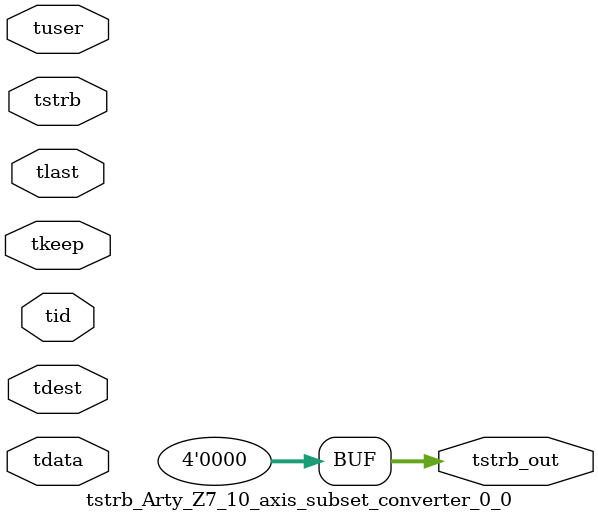
<source format=v>


`timescale 1ps/1ps

module tstrb_Arty_Z7_10_axis_subset_converter_0_0 #
(
parameter C_S_AXIS_TDATA_WIDTH = 32,
parameter C_S_AXIS_TUSER_WIDTH = 0,
parameter C_S_AXIS_TID_WIDTH   = 0,
parameter C_S_AXIS_TDEST_WIDTH = 0,
parameter C_M_AXIS_TDATA_WIDTH = 32
)
(
input  [(C_S_AXIS_TDATA_WIDTH == 0 ? 1 : C_S_AXIS_TDATA_WIDTH)-1:0     ] tdata,
input  [(C_S_AXIS_TUSER_WIDTH == 0 ? 1 : C_S_AXIS_TUSER_WIDTH)-1:0     ] tuser,
input  [(C_S_AXIS_TID_WIDTH   == 0 ? 1 : C_S_AXIS_TID_WIDTH)-1:0       ] tid,
input  [(C_S_AXIS_TDEST_WIDTH == 0 ? 1 : C_S_AXIS_TDEST_WIDTH)-1:0     ] tdest,
input  [(C_S_AXIS_TDATA_WIDTH/8)-1:0 ] tkeep,
input  [(C_S_AXIS_TDATA_WIDTH/8)-1:0 ] tstrb,
input                                                                    tlast,
output [(C_M_AXIS_TDATA_WIDTH/8)-1:0 ] tstrb_out
);

assign tstrb_out = {1'b0};

endmodule


</source>
